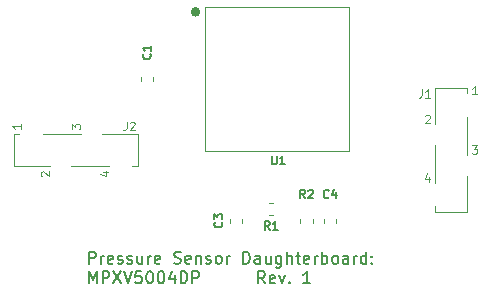
<source format=gto>
G04 #@! TF.GenerationSoftware,KiCad,Pcbnew,(5.1.9-16-g1737927814)-1*
G04 #@! TF.CreationDate,2021-04-01T12:20:31-04:00*
G04 #@! TF.ProjectId,pressure_mpxv5004dp,70726573-7375-4726-955f-6d7078763530,1*
G04 #@! TF.SameCoordinates,Original*
G04 #@! TF.FileFunction,Legend,Top*
G04 #@! TF.FilePolarity,Positive*
%FSLAX45Y45*%
G04 Gerber Fmt 4.5, Leading zero omitted, Abs format (unit mm)*
G04 Created by KiCad (PCBNEW (5.1.9-16-g1737927814)-1) date 2021-04-01 12:20:31*
%MOMM*%
%LPD*%
G01*
G04 APERTURE LIST*
%ADD10C,0.150000*%
%ADD11C,0.120000*%
%ADD12C,0.400000*%
G04 APERTURE END LIST*
D10*
X708559Y-2212738D02*
X708559Y-2112738D01*
X746655Y-2112738D01*
X756178Y-2117500D01*
X760940Y-2122262D01*
X765702Y-2131786D01*
X765702Y-2146071D01*
X760940Y-2155595D01*
X756178Y-2160357D01*
X746655Y-2165119D01*
X708559Y-2165119D01*
X808559Y-2212738D02*
X808559Y-2146071D01*
X808559Y-2165119D02*
X813321Y-2155595D01*
X818083Y-2150833D01*
X827607Y-2146071D01*
X837131Y-2146071D01*
X908559Y-2207976D02*
X899036Y-2212738D01*
X879988Y-2212738D01*
X870464Y-2207976D01*
X865702Y-2198452D01*
X865702Y-2160357D01*
X870464Y-2150833D01*
X879988Y-2146071D01*
X899036Y-2146071D01*
X908559Y-2150833D01*
X913321Y-2160357D01*
X913321Y-2169881D01*
X865702Y-2179405D01*
X951417Y-2207976D02*
X960940Y-2212738D01*
X979988Y-2212738D01*
X989512Y-2207976D01*
X994274Y-2198452D01*
X994274Y-2193690D01*
X989512Y-2184167D01*
X979988Y-2179405D01*
X965702Y-2179405D01*
X956178Y-2174643D01*
X951417Y-2165119D01*
X951417Y-2160357D01*
X956178Y-2150833D01*
X965702Y-2146071D01*
X979988Y-2146071D01*
X989512Y-2150833D01*
X1032369Y-2207976D02*
X1041893Y-2212738D01*
X1060940Y-2212738D01*
X1070464Y-2207976D01*
X1075226Y-2198452D01*
X1075226Y-2193690D01*
X1070464Y-2184167D01*
X1060940Y-2179405D01*
X1046655Y-2179405D01*
X1037131Y-2174643D01*
X1032369Y-2165119D01*
X1032369Y-2160357D01*
X1037131Y-2150833D01*
X1046655Y-2146071D01*
X1060940Y-2146071D01*
X1070464Y-2150833D01*
X1160940Y-2146071D02*
X1160940Y-2212738D01*
X1118083Y-2146071D02*
X1118083Y-2198452D01*
X1122845Y-2207976D01*
X1132369Y-2212738D01*
X1146655Y-2212738D01*
X1156179Y-2207976D01*
X1160940Y-2203214D01*
X1208560Y-2212738D02*
X1208560Y-2146071D01*
X1208560Y-2165119D02*
X1213321Y-2155595D01*
X1218083Y-2150833D01*
X1227607Y-2146071D01*
X1237131Y-2146071D01*
X1308560Y-2207976D02*
X1299036Y-2212738D01*
X1279988Y-2212738D01*
X1270464Y-2207976D01*
X1265702Y-2198452D01*
X1265702Y-2160357D01*
X1270464Y-2150833D01*
X1279988Y-2146071D01*
X1299036Y-2146071D01*
X1308560Y-2150833D01*
X1313321Y-2160357D01*
X1313321Y-2169881D01*
X1265702Y-2179405D01*
X1427607Y-2207976D02*
X1441893Y-2212738D01*
X1465702Y-2212738D01*
X1475226Y-2207976D01*
X1479988Y-2203214D01*
X1484750Y-2193690D01*
X1484750Y-2184167D01*
X1479988Y-2174643D01*
X1475226Y-2169881D01*
X1465702Y-2165119D01*
X1446655Y-2160357D01*
X1437131Y-2155595D01*
X1432369Y-2150833D01*
X1427607Y-2141310D01*
X1427607Y-2131786D01*
X1432369Y-2122262D01*
X1437131Y-2117500D01*
X1446655Y-2112738D01*
X1470464Y-2112738D01*
X1484750Y-2117500D01*
X1565702Y-2207976D02*
X1556178Y-2212738D01*
X1537131Y-2212738D01*
X1527607Y-2207976D01*
X1522845Y-2198452D01*
X1522845Y-2160357D01*
X1527607Y-2150833D01*
X1537131Y-2146071D01*
X1556178Y-2146071D01*
X1565702Y-2150833D01*
X1570464Y-2160357D01*
X1570464Y-2169881D01*
X1522845Y-2179405D01*
X1613321Y-2146071D02*
X1613321Y-2212738D01*
X1613321Y-2155595D02*
X1618083Y-2150833D01*
X1627607Y-2146071D01*
X1641893Y-2146071D01*
X1651417Y-2150833D01*
X1656178Y-2160357D01*
X1656178Y-2212738D01*
X1699036Y-2207976D02*
X1708559Y-2212738D01*
X1727607Y-2212738D01*
X1737131Y-2207976D01*
X1741893Y-2198452D01*
X1741893Y-2193690D01*
X1737131Y-2184167D01*
X1727607Y-2179405D01*
X1713321Y-2179405D01*
X1703798Y-2174643D01*
X1699036Y-2165119D01*
X1699036Y-2160357D01*
X1703798Y-2150833D01*
X1713321Y-2146071D01*
X1727607Y-2146071D01*
X1737131Y-2150833D01*
X1799036Y-2212738D02*
X1789512Y-2207976D01*
X1784750Y-2203214D01*
X1779988Y-2193690D01*
X1779988Y-2165119D01*
X1784750Y-2155595D01*
X1789512Y-2150833D01*
X1799036Y-2146071D01*
X1813321Y-2146071D01*
X1822845Y-2150833D01*
X1827607Y-2155595D01*
X1832369Y-2165119D01*
X1832369Y-2193690D01*
X1827607Y-2203214D01*
X1822845Y-2207976D01*
X1813321Y-2212738D01*
X1799036Y-2212738D01*
X1875226Y-2212738D02*
X1875226Y-2146071D01*
X1875226Y-2165119D02*
X1879988Y-2155595D01*
X1884750Y-2150833D01*
X1894274Y-2146071D01*
X1903798Y-2146071D01*
X2013321Y-2212738D02*
X2013321Y-2112738D01*
X2037131Y-2112738D01*
X2051417Y-2117500D01*
X2060940Y-2127024D01*
X2065702Y-2136548D01*
X2070464Y-2155595D01*
X2070464Y-2169881D01*
X2065702Y-2188929D01*
X2060940Y-2198452D01*
X2051417Y-2207976D01*
X2037131Y-2212738D01*
X2013321Y-2212738D01*
X2156179Y-2212738D02*
X2156179Y-2160357D01*
X2151417Y-2150833D01*
X2141893Y-2146071D01*
X2122845Y-2146071D01*
X2113321Y-2150833D01*
X2156179Y-2207976D02*
X2146655Y-2212738D01*
X2122845Y-2212738D01*
X2113321Y-2207976D01*
X2108560Y-2198452D01*
X2108560Y-2188929D01*
X2113321Y-2179405D01*
X2122845Y-2174643D01*
X2146655Y-2174643D01*
X2156179Y-2169881D01*
X2246655Y-2146071D02*
X2246655Y-2212738D01*
X2203798Y-2146071D02*
X2203798Y-2198452D01*
X2208560Y-2207976D01*
X2218083Y-2212738D01*
X2232369Y-2212738D01*
X2241893Y-2207976D01*
X2246655Y-2203214D01*
X2337131Y-2146071D02*
X2337131Y-2227024D01*
X2332369Y-2236548D01*
X2327607Y-2241310D01*
X2318083Y-2246071D01*
X2303798Y-2246071D01*
X2294274Y-2241310D01*
X2337131Y-2207976D02*
X2327607Y-2212738D01*
X2308560Y-2212738D01*
X2299036Y-2207976D01*
X2294274Y-2203214D01*
X2289512Y-2193690D01*
X2289512Y-2165119D01*
X2294274Y-2155595D01*
X2299036Y-2150833D01*
X2308560Y-2146071D01*
X2327607Y-2146071D01*
X2337131Y-2150833D01*
X2384750Y-2212738D02*
X2384750Y-2112738D01*
X2427607Y-2212738D02*
X2427607Y-2160357D01*
X2422845Y-2150833D01*
X2413321Y-2146071D01*
X2399036Y-2146071D01*
X2389512Y-2150833D01*
X2384750Y-2155595D01*
X2460940Y-2146071D02*
X2499036Y-2146071D01*
X2475226Y-2112738D02*
X2475226Y-2198452D01*
X2479988Y-2207976D01*
X2489512Y-2212738D01*
X2499036Y-2212738D01*
X2570464Y-2207976D02*
X2560940Y-2212738D01*
X2541893Y-2212738D01*
X2532369Y-2207976D01*
X2527607Y-2198452D01*
X2527607Y-2160357D01*
X2532369Y-2150833D01*
X2541893Y-2146071D01*
X2560940Y-2146071D01*
X2570464Y-2150833D01*
X2575226Y-2160357D01*
X2575226Y-2169881D01*
X2527607Y-2179405D01*
X2618083Y-2212738D02*
X2618083Y-2146071D01*
X2618083Y-2165119D02*
X2622845Y-2155595D01*
X2627607Y-2150833D01*
X2637131Y-2146071D01*
X2646655Y-2146071D01*
X2679988Y-2212738D02*
X2679988Y-2112738D01*
X2679988Y-2150833D02*
X2689512Y-2146071D01*
X2708560Y-2146071D01*
X2718083Y-2150833D01*
X2722845Y-2155595D01*
X2727607Y-2165119D01*
X2727607Y-2193690D01*
X2722845Y-2203214D01*
X2718083Y-2207976D01*
X2708560Y-2212738D01*
X2689512Y-2212738D01*
X2679988Y-2207976D01*
X2784750Y-2212738D02*
X2775226Y-2207976D01*
X2770464Y-2203214D01*
X2765702Y-2193690D01*
X2765702Y-2165119D01*
X2770464Y-2155595D01*
X2775226Y-2150833D01*
X2784750Y-2146071D01*
X2799036Y-2146071D01*
X2808559Y-2150833D01*
X2813321Y-2155595D01*
X2818083Y-2165119D01*
X2818083Y-2193690D01*
X2813321Y-2203214D01*
X2808559Y-2207976D01*
X2799036Y-2212738D01*
X2784750Y-2212738D01*
X2903798Y-2212738D02*
X2903798Y-2160357D01*
X2899036Y-2150833D01*
X2889512Y-2146071D01*
X2870464Y-2146071D01*
X2860940Y-2150833D01*
X2903798Y-2207976D02*
X2894274Y-2212738D01*
X2870464Y-2212738D01*
X2860940Y-2207976D01*
X2856178Y-2198452D01*
X2856178Y-2188929D01*
X2860940Y-2179405D01*
X2870464Y-2174643D01*
X2894274Y-2174643D01*
X2903798Y-2169881D01*
X2951417Y-2212738D02*
X2951417Y-2146071D01*
X2951417Y-2165119D02*
X2956178Y-2155595D01*
X2960940Y-2150833D01*
X2970464Y-2146071D01*
X2979988Y-2146071D01*
X3056178Y-2212738D02*
X3056178Y-2112738D01*
X3056178Y-2207976D02*
X3046655Y-2212738D01*
X3027607Y-2212738D01*
X3018083Y-2207976D01*
X3013321Y-2203214D01*
X3008559Y-2193690D01*
X3008559Y-2165119D01*
X3013321Y-2155595D01*
X3018083Y-2150833D01*
X3027607Y-2146071D01*
X3046655Y-2146071D01*
X3056178Y-2150833D01*
X3103798Y-2203214D02*
X3108559Y-2207976D01*
X3103798Y-2212738D01*
X3099036Y-2207976D01*
X3103798Y-2203214D01*
X3103798Y-2212738D01*
X3103798Y-2150833D02*
X3108559Y-2155595D01*
X3103798Y-2160357D01*
X3099036Y-2155595D01*
X3103798Y-2150833D01*
X3103798Y-2160357D01*
X708559Y-2377738D02*
X708559Y-2277738D01*
X741893Y-2349167D01*
X775226Y-2277738D01*
X775226Y-2377738D01*
X822845Y-2377738D02*
X822845Y-2277738D01*
X860940Y-2277738D01*
X870464Y-2282500D01*
X875226Y-2287262D01*
X879988Y-2296786D01*
X879988Y-2311071D01*
X875226Y-2320595D01*
X870464Y-2325357D01*
X860940Y-2330119D01*
X822845Y-2330119D01*
X913321Y-2277738D02*
X979988Y-2377738D01*
X979988Y-2277738D02*
X913321Y-2377738D01*
X1003798Y-2277738D02*
X1037131Y-2377738D01*
X1070464Y-2277738D01*
X1151417Y-2277738D02*
X1103798Y-2277738D01*
X1099036Y-2325357D01*
X1103798Y-2320595D01*
X1113321Y-2315833D01*
X1137131Y-2315833D01*
X1146655Y-2320595D01*
X1151417Y-2325357D01*
X1156179Y-2334881D01*
X1156179Y-2358690D01*
X1151417Y-2368214D01*
X1146655Y-2372976D01*
X1137131Y-2377738D01*
X1113321Y-2377738D01*
X1103798Y-2372976D01*
X1099036Y-2368214D01*
X1218083Y-2277738D02*
X1227607Y-2277738D01*
X1237131Y-2282500D01*
X1241893Y-2287262D01*
X1246655Y-2296786D01*
X1251417Y-2315833D01*
X1251417Y-2339643D01*
X1246655Y-2358690D01*
X1241893Y-2368214D01*
X1237131Y-2372976D01*
X1227607Y-2377738D01*
X1218083Y-2377738D01*
X1208560Y-2372976D01*
X1203798Y-2368214D01*
X1199036Y-2358690D01*
X1194274Y-2339643D01*
X1194274Y-2315833D01*
X1199036Y-2296786D01*
X1203798Y-2287262D01*
X1208560Y-2282500D01*
X1218083Y-2277738D01*
X1313321Y-2277738D02*
X1322845Y-2277738D01*
X1332369Y-2282500D01*
X1337131Y-2287262D01*
X1341893Y-2296786D01*
X1346655Y-2315833D01*
X1346655Y-2339643D01*
X1341893Y-2358690D01*
X1337131Y-2368214D01*
X1332369Y-2372976D01*
X1322845Y-2377738D01*
X1313321Y-2377738D01*
X1303798Y-2372976D01*
X1299036Y-2368214D01*
X1294274Y-2358690D01*
X1289512Y-2339643D01*
X1289512Y-2315833D01*
X1294274Y-2296786D01*
X1299036Y-2287262D01*
X1303798Y-2282500D01*
X1313321Y-2277738D01*
X1432369Y-2311071D02*
X1432369Y-2377738D01*
X1408559Y-2272976D02*
X1384750Y-2344405D01*
X1446655Y-2344405D01*
X1484750Y-2377738D02*
X1484750Y-2277738D01*
X1508559Y-2277738D01*
X1522845Y-2282500D01*
X1532369Y-2292024D01*
X1537131Y-2301548D01*
X1541893Y-2320595D01*
X1541893Y-2334881D01*
X1537131Y-2353929D01*
X1532369Y-2363452D01*
X1522845Y-2372976D01*
X1508559Y-2377738D01*
X1484750Y-2377738D01*
X1584750Y-2377738D02*
X1584750Y-2277738D01*
X1622845Y-2277738D01*
X1632369Y-2282500D01*
X1637131Y-2287262D01*
X1641893Y-2296786D01*
X1641893Y-2311071D01*
X1637131Y-2320595D01*
X1632369Y-2325357D01*
X1622845Y-2330119D01*
X1584750Y-2330119D01*
X2199036Y-2377738D02*
X2165702Y-2330119D01*
X2141893Y-2377738D02*
X2141893Y-2277738D01*
X2179988Y-2277738D01*
X2189512Y-2282500D01*
X2194274Y-2287262D01*
X2199036Y-2296786D01*
X2199036Y-2311071D01*
X2194274Y-2320595D01*
X2189512Y-2325357D01*
X2179988Y-2330119D01*
X2141893Y-2330119D01*
X2279988Y-2372976D02*
X2270464Y-2377738D01*
X2251417Y-2377738D01*
X2241893Y-2372976D01*
X2237131Y-2363452D01*
X2237131Y-2325357D01*
X2241893Y-2315833D01*
X2251417Y-2311071D01*
X2270464Y-2311071D01*
X2279988Y-2315833D01*
X2284750Y-2325357D01*
X2284750Y-2334881D01*
X2237131Y-2344405D01*
X2318083Y-2311071D02*
X2341893Y-2377738D01*
X2365702Y-2311071D01*
X2403798Y-2368214D02*
X2408560Y-2372976D01*
X2403798Y-2377738D01*
X2399036Y-2372976D01*
X2403798Y-2368214D01*
X2403798Y-2377738D01*
X2579988Y-2377738D02*
X2522845Y-2377738D01*
X2551417Y-2377738D02*
X2551417Y-2277738D01*
X2541893Y-2292024D01*
X2532369Y-2301548D01*
X2522845Y-2306310D01*
D11*
X1073000Y-1383000D02*
X1122000Y-1383000D01*
X76000Y-1117000D02*
X76000Y-1383000D01*
X76000Y-1383000D02*
X380000Y-1383000D01*
X560000Y-1383000D02*
X880000Y-1383000D01*
X1124000Y-1117000D02*
X1124000Y-1383000D01*
X76000Y-1117000D02*
X120000Y-1117000D01*
X320000Y-1117000D02*
X640000Y-1117000D01*
X820000Y-1117000D02*
X1123000Y-1117000D01*
X3642000Y-1723000D02*
X3642000Y-1772000D01*
X3908000Y-726000D02*
X3642000Y-726000D01*
X3642000Y-726000D02*
X3642000Y-1030000D01*
X3642000Y-1210000D02*
X3642000Y-1530000D01*
X3908000Y-1774000D02*
X3642000Y-1774000D01*
X3908000Y-726000D02*
X3908000Y-770000D01*
X3908000Y-970000D02*
X3908000Y-1290000D01*
X3908000Y-1470000D02*
X3908000Y-1773000D01*
X2910000Y-40000D02*
X1690000Y-40000D01*
X2910000Y-1260000D02*
X2910000Y-40000D01*
X1690000Y-1260000D02*
X2910000Y-1260000D01*
X1690000Y-40000D02*
X1690000Y-1260000D01*
D12*
X1630000Y-80000D02*
G75*
G03*
X1630000Y-80000I-20000J0D01*
G01*
D11*
X2499000Y-1866278D02*
X2499000Y-1833722D01*
X2601000Y-1866278D02*
X2601000Y-1833722D01*
X2266278Y-1801000D02*
X2233722Y-1801000D01*
X2266278Y-1699000D02*
X2233722Y-1699000D01*
X2699000Y-1866278D02*
X2699000Y-1833722D01*
X2801000Y-1866278D02*
X2801000Y-1833722D01*
X1899000Y-1866278D02*
X1899000Y-1833722D01*
X2001000Y-1866278D02*
X2001000Y-1833722D01*
X1149000Y-666278D02*
X1149000Y-633722D01*
X1251000Y-666278D02*
X1251000Y-633722D01*
X1026667Y-1011667D02*
X1026667Y-1061667D01*
X1023333Y-1071667D01*
X1016667Y-1078333D01*
X1006667Y-1081667D01*
X1000000Y-1081667D01*
X1056667Y-1018333D02*
X1060000Y-1015000D01*
X1066667Y-1011667D01*
X1083333Y-1011667D01*
X1090000Y-1015000D01*
X1093333Y-1018333D01*
X1096667Y-1025000D01*
X1096667Y-1031667D01*
X1093333Y-1041667D01*
X1053333Y-1081667D01*
X1096667Y-1081667D01*
X561667Y-1073333D02*
X561667Y-1030000D01*
X588333Y-1053333D01*
X588333Y-1043333D01*
X591667Y-1036667D01*
X595000Y-1033333D01*
X601667Y-1030000D01*
X618333Y-1030000D01*
X625000Y-1033333D01*
X628333Y-1036667D01*
X631667Y-1043333D01*
X631667Y-1063333D01*
X628333Y-1070000D01*
X625000Y-1073333D01*
X129667Y-1030000D02*
X129667Y-1070000D01*
X129667Y-1050000D02*
X59667Y-1050000D01*
X69667Y-1056667D01*
X76333Y-1063333D01*
X79667Y-1070000D01*
X308333Y-1470000D02*
X305000Y-1466667D01*
X301667Y-1460000D01*
X301667Y-1443333D01*
X305000Y-1436667D01*
X308333Y-1433333D01*
X315000Y-1430000D01*
X321667Y-1430000D01*
X331667Y-1433333D01*
X371667Y-1473333D01*
X371667Y-1430000D01*
X825000Y-1436667D02*
X871667Y-1436667D01*
X798333Y-1453333D02*
X848333Y-1470000D01*
X848333Y-1426667D01*
X3526667Y-736667D02*
X3526667Y-786667D01*
X3523333Y-796667D01*
X3516667Y-803333D01*
X3506667Y-806667D01*
X3500000Y-806667D01*
X3596667Y-806667D02*
X3556667Y-806667D01*
X3576667Y-806667D02*
X3576667Y-736667D01*
X3570000Y-746667D01*
X3563333Y-753333D01*
X3556667Y-756667D01*
X3951667Y-1211667D02*
X3995000Y-1211667D01*
X3971667Y-1238333D01*
X3981667Y-1238333D01*
X3988333Y-1241667D01*
X3991667Y-1245000D01*
X3995000Y-1251667D01*
X3995000Y-1268333D01*
X3991667Y-1275000D01*
X3988333Y-1278333D01*
X3981667Y-1281667D01*
X3961667Y-1281667D01*
X3955000Y-1278333D01*
X3951667Y-1275000D01*
X3995000Y-779667D02*
X3955000Y-779667D01*
X3975000Y-779667D02*
X3975000Y-709667D01*
X3968333Y-719667D01*
X3961667Y-726333D01*
X3955000Y-729667D01*
X3555000Y-958333D02*
X3558333Y-955000D01*
X3565000Y-951667D01*
X3581667Y-951667D01*
X3588333Y-955000D01*
X3591667Y-958333D01*
X3595000Y-965000D01*
X3595000Y-971667D01*
X3591667Y-981667D01*
X3551667Y-1021667D01*
X3595000Y-1021667D01*
X3588333Y-1475000D02*
X3588333Y-1521667D01*
X3571667Y-1448333D02*
X3555000Y-1498333D01*
X3598333Y-1498333D01*
D10*
X2256667Y-1301667D02*
X2256667Y-1358333D01*
X2260000Y-1365000D01*
X2263333Y-1368333D01*
X2270000Y-1371667D01*
X2283333Y-1371667D01*
X2290000Y-1368333D01*
X2293333Y-1365000D01*
X2296667Y-1358333D01*
X2296667Y-1301667D01*
X2366667Y-1371667D02*
X2326667Y-1371667D01*
X2346667Y-1371667D02*
X2346667Y-1301667D01*
X2340000Y-1311667D01*
X2333333Y-1318333D01*
X2326667Y-1321667D01*
X2538333Y-1656667D02*
X2515000Y-1623333D01*
X2498333Y-1656667D02*
X2498333Y-1586667D01*
X2525000Y-1586667D01*
X2531667Y-1590000D01*
X2535000Y-1593333D01*
X2538333Y-1600000D01*
X2538333Y-1610000D01*
X2535000Y-1616667D01*
X2531667Y-1620000D01*
X2525000Y-1623333D01*
X2498333Y-1623333D01*
X2565000Y-1593333D02*
X2568333Y-1590000D01*
X2575000Y-1586667D01*
X2591667Y-1586667D01*
X2598333Y-1590000D01*
X2601667Y-1593333D01*
X2605000Y-1600000D01*
X2605000Y-1606667D01*
X2601667Y-1616667D01*
X2561667Y-1656667D01*
X2605000Y-1656667D01*
X2238333Y-1924667D02*
X2215000Y-1891333D01*
X2198333Y-1924667D02*
X2198333Y-1854667D01*
X2225000Y-1854667D01*
X2231667Y-1858000D01*
X2235000Y-1861333D01*
X2238333Y-1868000D01*
X2238333Y-1878000D01*
X2235000Y-1884667D01*
X2231667Y-1888000D01*
X2225000Y-1891333D01*
X2198333Y-1891333D01*
X2305000Y-1924667D02*
X2265000Y-1924667D01*
X2285000Y-1924667D02*
X2285000Y-1854667D01*
X2278333Y-1864667D01*
X2271667Y-1871333D01*
X2265000Y-1874667D01*
X2738333Y-1650000D02*
X2735000Y-1653333D01*
X2725000Y-1656667D01*
X2718333Y-1656667D01*
X2708333Y-1653333D01*
X2701667Y-1646667D01*
X2698333Y-1640000D01*
X2695000Y-1626667D01*
X2695000Y-1616667D01*
X2698333Y-1603333D01*
X2701667Y-1596667D01*
X2708333Y-1590000D01*
X2718333Y-1586667D01*
X2725000Y-1586667D01*
X2735000Y-1590000D01*
X2738333Y-1593333D01*
X2798333Y-1610000D02*
X2798333Y-1656667D01*
X2781667Y-1583333D02*
X2765000Y-1633333D01*
X2808333Y-1633333D01*
X1832000Y-1861667D02*
X1835333Y-1865000D01*
X1838667Y-1875000D01*
X1838667Y-1881667D01*
X1835333Y-1891667D01*
X1828667Y-1898333D01*
X1822000Y-1901667D01*
X1808667Y-1905000D01*
X1798667Y-1905000D01*
X1785333Y-1901667D01*
X1778667Y-1898333D01*
X1772000Y-1891667D01*
X1768667Y-1881667D01*
X1768667Y-1875000D01*
X1772000Y-1865000D01*
X1775333Y-1861667D01*
X1768667Y-1838333D02*
X1768667Y-1795000D01*
X1795333Y-1818333D01*
X1795333Y-1808333D01*
X1798667Y-1801667D01*
X1802000Y-1798333D01*
X1808667Y-1795000D01*
X1825333Y-1795000D01*
X1832000Y-1798333D01*
X1835333Y-1801667D01*
X1838667Y-1808333D01*
X1838667Y-1828333D01*
X1835333Y-1835000D01*
X1832000Y-1838333D01*
X1225000Y-436667D02*
X1228333Y-440000D01*
X1231667Y-450000D01*
X1231667Y-456667D01*
X1228333Y-466667D01*
X1221667Y-473333D01*
X1215000Y-476667D01*
X1201667Y-480000D01*
X1191667Y-480000D01*
X1178333Y-476667D01*
X1171667Y-473333D01*
X1165000Y-466667D01*
X1161667Y-456667D01*
X1161667Y-450000D01*
X1165000Y-440000D01*
X1168333Y-436667D01*
X1231667Y-370000D02*
X1231667Y-410000D01*
X1231667Y-390000D02*
X1161667Y-390000D01*
X1171667Y-396667D01*
X1178333Y-403333D01*
X1181667Y-410000D01*
M02*

</source>
